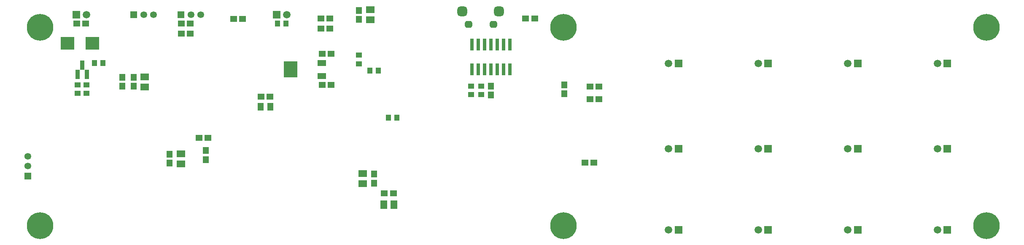
<source format=gbs>
G04*
G04 #@! TF.GenerationSoftware,Altium Limited,Altium Designer,22.8.2 (66)*
G04*
G04 Layer_Color=16711935*
%FSLAX25Y25*%
%MOIN*%
G70*
G04*
G04 #@! TF.SameCoordinates,F23DE1FB-CEBC-40D8-82DF-6EE2EAA0B71B*
G04*
G04*
G04 #@! TF.FilePolarity,Negative*
G04*
G01*
G75*
%ADD25R,0.04737X0.04343*%
%ADD26R,0.04343X0.04737*%
%ADD27R,0.10642X0.12611*%
%ADD28R,0.07099X0.04737*%
%ADD38R,0.06800X0.05524*%
%ADD47R,0.05524X0.05131*%
%ADD48R,0.05524X0.06800*%
%ADD54R,0.05131X0.05524*%
%ADD60R,0.05950X0.05950*%
%ADD61C,0.05950*%
%ADD64C,0.05328*%
%ADD65R,0.05328X0.05328*%
%ADD66R,0.05328X0.05328*%
%ADD67O,0.20879X0.21272*%
G04:AMPARAMS|DCode=68|XSize=76.77mil|YSize=76.77mil|CornerRadius=21.16mil|HoleSize=0mil|Usage=FLASHONLY|Rotation=0.000|XOffset=0mil|YOffset=0mil|HoleType=Round|Shape=RoundedRectangle|*
%AMROUNDEDRECTD68*
21,1,0.07677,0.03445,0,0,0.0*
21,1,0.03445,0.07677,0,0,0.0*
1,1,0.04232,0.01722,-0.01722*
1,1,0.04232,-0.01722,-0.01722*
1,1,0.04232,-0.01722,0.01722*
1,1,0.04232,0.01722,0.01722*
%
%ADD68ROUNDEDRECTD68*%
G04:AMPARAMS|DCode=69|XSize=57.21mil|YSize=55.24mil|CornerRadius=15.81mil|HoleSize=0mil|Usage=FLASHONLY|Rotation=180.000|XOffset=0mil|YOffset=0mil|HoleType=Round|Shape=RoundedRectangle|*
%AMROUNDEDRECTD69*
21,1,0.05721,0.02362,0,0,180.0*
21,1,0.02559,0.05524,0,0,180.0*
1,1,0.03162,-0.01280,0.01181*
1,1,0.03162,0.01280,0.01181*
1,1,0.03162,0.01280,-0.01181*
1,1,0.03162,-0.01280,-0.01181*
%
%ADD69ROUNDEDRECTD69*%
%ADD137R,0.04580X0.06233*%
%ADD138R,0.10642X0.09855*%
%ADD139R,0.03200X0.07200*%
%ADD140R,0.03000X0.09800*%
D25*
X360236Y130315D02*
D03*
Y123622D02*
D03*
X368110Y130315D02*
D03*
Y123622D02*
D03*
X271654Y154921D02*
D03*
Y148228D02*
D03*
X49213Y124606D02*
D03*
Y131299D02*
D03*
X56102Y131299D02*
D03*
Y124606D02*
D03*
D26*
X301575Y105315D02*
D03*
X294882D02*
D03*
X207283Y180118D02*
D03*
X213976D02*
D03*
X286811Y142717D02*
D03*
X280118D02*
D03*
X62598Y148622D02*
D03*
X69291D02*
D03*
D27*
X217717Y143701D02*
D03*
D28*
X242323Y138583D02*
D03*
Y148819D02*
D03*
D38*
X274606Y53087D02*
D03*
Y61087D02*
D03*
X130905Y68835D02*
D03*
Y76835D02*
D03*
X102362Y137858D02*
D03*
Y129858D02*
D03*
X280512Y183008D02*
D03*
Y191008D02*
D03*
D47*
X457283Y69882D02*
D03*
X450197D02*
D03*
X461221Y120079D02*
D03*
X454134D02*
D03*
X461221Y129921D02*
D03*
X454134D02*
D03*
X298819Y45276D02*
D03*
X291732D02*
D03*
X242520Y131257D02*
D03*
X249607D02*
D03*
X201378Y122047D02*
D03*
X194291D02*
D03*
X152165Y89567D02*
D03*
X145079D02*
D03*
X249530Y155955D02*
D03*
X242443D02*
D03*
X131299Y180118D02*
D03*
X138386D02*
D03*
X131299Y172244D02*
D03*
X138386D02*
D03*
X55709Y180118D02*
D03*
X48622D02*
D03*
X172613Y183858D02*
D03*
X179699D02*
D03*
X248622Y176181D02*
D03*
X241535D02*
D03*
X248622Y184055D02*
D03*
X241535D02*
D03*
X410433Y184055D02*
D03*
X403346D02*
D03*
D48*
X291276Y36417D02*
D03*
X299276D02*
D03*
D54*
X434055Y131496D02*
D03*
Y124409D02*
D03*
X375984Y130512D02*
D03*
Y123425D02*
D03*
X283465Y60630D02*
D03*
Y53543D02*
D03*
X122047Y76378D02*
D03*
Y69291D02*
D03*
X150591Y72244D02*
D03*
Y79331D02*
D03*
X84646Y130315D02*
D03*
Y137402D02*
D03*
X93504D02*
D03*
Y130315D02*
D03*
X271654Y183465D02*
D03*
Y190551D02*
D03*
D60*
X524097Y80598D02*
D03*
Y16575D02*
D03*
X594963Y148367D02*
D03*
X594963Y80598D02*
D03*
Y16575D02*
D03*
X665829Y148367D02*
D03*
X665829Y80598D02*
D03*
X665829Y16575D02*
D03*
X736642Y148358D02*
D03*
X736642Y80598D02*
D03*
X736642Y16575D02*
D03*
X524097Y148367D02*
D03*
X206693Y187205D02*
D03*
X48228D02*
D03*
D61*
X516223Y80598D02*
D03*
Y16575D02*
D03*
X587089Y148367D02*
D03*
X587089Y80598D02*
D03*
Y16575D02*
D03*
X657955Y148367D02*
D03*
X657955Y80598D02*
D03*
X657955Y16575D02*
D03*
X728768Y148358D02*
D03*
X728768Y80598D02*
D03*
X728768Y16575D02*
D03*
X516223Y148367D02*
D03*
X214567Y187205D02*
D03*
X56102D02*
D03*
D64*
X146705Y187008D02*
D03*
X138807D02*
D03*
X101406D02*
D03*
X109303D02*
D03*
X9843Y66957D02*
D03*
Y74854D02*
D03*
D65*
X130905Y187008D02*
D03*
X93504D02*
D03*
D66*
X9843Y59055D02*
D03*
D67*
X19685Y19685D02*
D03*
Y177165D02*
D03*
X433071Y19685D02*
D03*
Y177165D02*
D03*
X767717D02*
D03*
X767717Y19685D02*
D03*
D68*
X353323Y189866D02*
D03*
X382398Y189866D02*
D03*
D69*
X377953Y179528D02*
D03*
X358268D02*
D03*
D137*
X201685Y114173D02*
D03*
X193984D02*
D03*
D138*
X41339Y164370D02*
D03*
X61024D02*
D03*
D139*
X56650Y139701D02*
D03*
X49150D02*
D03*
X52900Y147158D02*
D03*
D140*
X360984Y143643D02*
D03*
X365984Y143643D02*
D03*
X370984D02*
D03*
X375984D02*
D03*
X380984Y143643D02*
D03*
X385984Y143643D02*
D03*
X390984Y143643D02*
D03*
Y163443D02*
D03*
X385984Y163443D02*
D03*
X380984D02*
D03*
X375984D02*
D03*
X370984D02*
D03*
X365984D02*
D03*
X360984D02*
D03*
M02*

</source>
